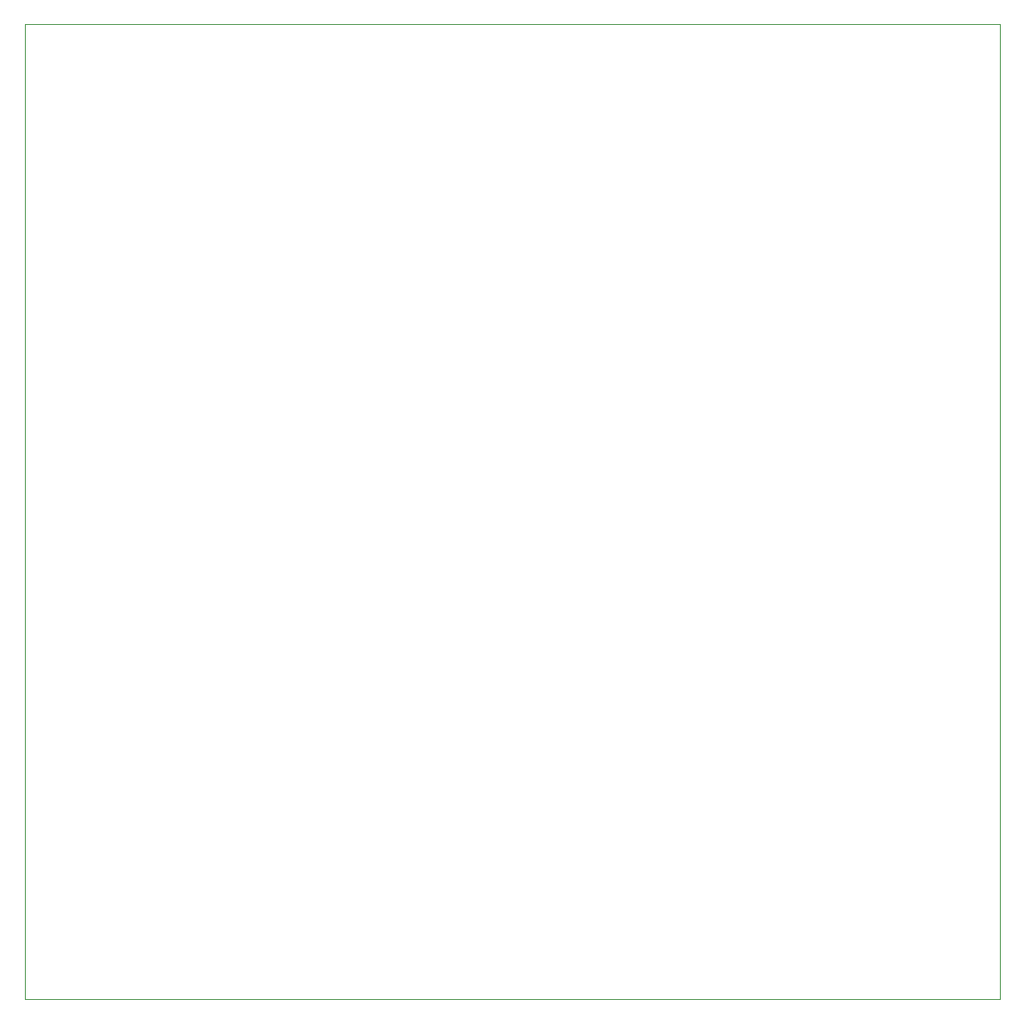
<source format=gbr>
%TF.GenerationSoftware,KiCad,Pcbnew,8.0.2*%
%TF.CreationDate,2024-07-20T19:47:13-05:00*%
%TF.ProjectId,pixel_grid,70697865-6c5f-4677-9269-642e6b696361,rev?*%
%TF.SameCoordinates,Original*%
%TF.FileFunction,Profile,NP*%
%FSLAX46Y46*%
G04 Gerber Fmt 4.6, Leading zero omitted, Abs format (unit mm)*
G04 Created by KiCad (PCBNEW 8.0.2) date 2024-07-20 19:47:13*
%MOMM*%
%LPD*%
G01*
G04 APERTURE LIST*
%TA.AperFunction,Profile*%
%ADD10C,0.050000*%
%TD*%
G04 APERTURE END LIST*
D10*
X18500000Y-18500000D02*
X114500000Y-18500000D01*
X114500000Y-114500000D01*
X18500000Y-114500000D01*
X18500000Y-18500000D01*
M02*

</source>
